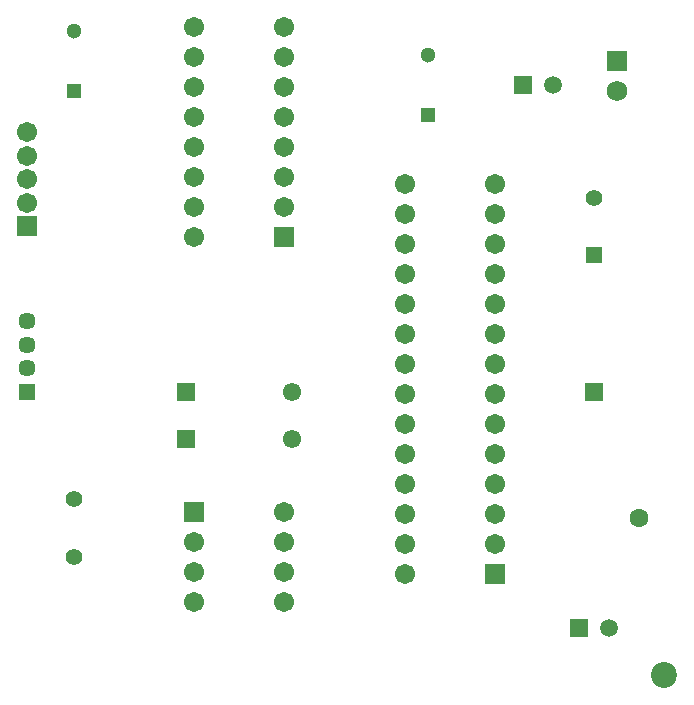
<source format=gts>
G04*
G04 #@! TF.GenerationSoftware,Altium Limited,Altium Designer,22.8.2 (66)*
G04*
G04 Layer_Color=8388736*
%FSLAX25Y25*%
%MOIN*%
G70*
G04*
G04 #@! TF.SameCoordinates,1DA06848-B02D-40B0-91E6-948BEBB4C5FF*
G04*
G04*
G04 #@! TF.FilePolarity,Negative*
G04*
G01*
G75*
%ADD15C,0.05721*%
%ADD16R,0.05721X0.05721*%
%ADD17C,0.06706*%
%ADD18R,0.06706X0.06706*%
%ADD19C,0.08661*%
%ADD20C,0.06902*%
%ADD21R,0.06902X0.06902*%
%ADD22R,0.06115X0.06115*%
%ADD23C,0.06115*%
%ADD24R,0.06706X0.06706*%
%ADD25C,0.05493*%
%ADD26R,0.06299X0.06299*%
%ADD27C,0.06299*%
%ADD28R,0.05918X0.05918*%
%ADD29C,0.05918*%
%ADD30C,0.05118*%
%ADD31R,0.05118X0.05118*%
%ADD32R,0.05524X0.05524*%
%ADD33C,0.05524*%
D15*
X259842Y346457D02*
D03*
Y338583D02*
D03*
Y330709D02*
D03*
D16*
Y322835D02*
D03*
D17*
Y409449D02*
D03*
Y401575D02*
D03*
Y393701D02*
D03*
Y385827D02*
D03*
X345709Y252716D02*
D03*
Y262717D02*
D03*
Y272716D02*
D03*
Y282716D02*
D03*
X315709Y252716D02*
D03*
Y262717D02*
D03*
Y272716D02*
D03*
Y444449D02*
D03*
Y434449D02*
D03*
Y424449D02*
D03*
Y414449D02*
D03*
Y404449D02*
D03*
Y394449D02*
D03*
Y384449D02*
D03*
Y374449D02*
D03*
X345709Y444449D02*
D03*
Y434449D02*
D03*
Y424449D02*
D03*
Y414449D02*
D03*
Y404449D02*
D03*
Y394449D02*
D03*
Y384449D02*
D03*
X385827Y392205D02*
D03*
Y382205D02*
D03*
Y372205D02*
D03*
Y362205D02*
D03*
Y352205D02*
D03*
Y342205D02*
D03*
Y332205D02*
D03*
Y322205D02*
D03*
Y312205D02*
D03*
Y302205D02*
D03*
Y292205D02*
D03*
Y282205D02*
D03*
Y272205D02*
D03*
Y262205D02*
D03*
X415827Y392205D02*
D03*
Y382205D02*
D03*
Y372205D02*
D03*
Y362205D02*
D03*
Y352205D02*
D03*
Y342205D02*
D03*
Y332205D02*
D03*
Y322205D02*
D03*
Y312205D02*
D03*
Y302205D02*
D03*
Y292205D02*
D03*
Y282205D02*
D03*
Y272205D02*
D03*
D18*
X259842Y377953D02*
D03*
D19*
X472441Y228346D02*
D03*
D20*
X456693Y423071D02*
D03*
D21*
Y433071D02*
D03*
D22*
X312992Y307087D02*
D03*
Y322835D02*
D03*
D23*
X348425Y307087D02*
D03*
Y322835D02*
D03*
D24*
X315709Y282716D02*
D03*
X345709Y374449D02*
D03*
X415827Y262205D02*
D03*
D25*
X275590Y267717D02*
D03*
Y286929D02*
D03*
D26*
X448819Y322835D02*
D03*
D27*
X463976Y280709D02*
D03*
D28*
X443819Y244094D02*
D03*
X425197Y425197D02*
D03*
D29*
X453819Y244094D02*
D03*
X435197Y425197D02*
D03*
D30*
X393701Y435197D02*
D03*
X275590Y443071D02*
D03*
D31*
X393701Y415197D02*
D03*
X275590Y423071D02*
D03*
D32*
X448819Y368347D02*
D03*
D33*
Y387559D02*
D03*
M02*

</source>
